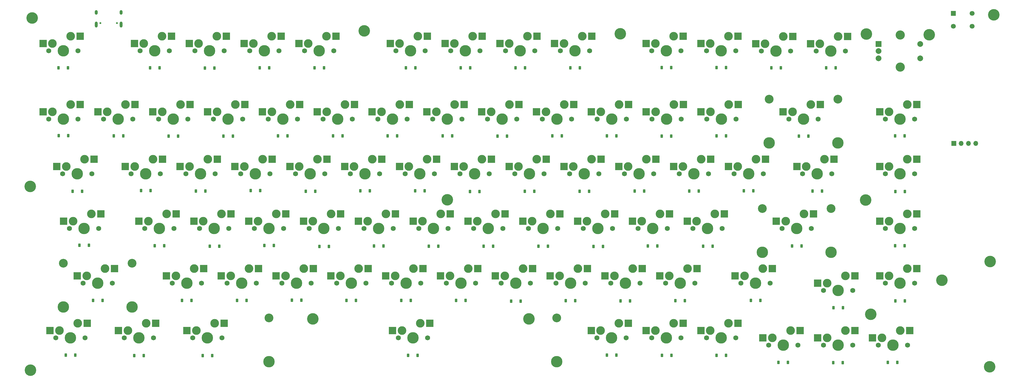
<source format=gbr>
%TF.GenerationSoftware,KiCad,Pcbnew,7.0.7*%
%TF.CreationDate,2023-10-13T15:10:29-04:00*%
%TF.ProjectId,Model A-1.0,4d6f6465-6c20-4412-9d31-2e302e6b6963,1.0*%
%TF.SameCoordinates,Original*%
%TF.FileFunction,Soldermask,Bot*%
%TF.FilePolarity,Negative*%
%FSLAX46Y46*%
G04 Gerber Fmt 4.6, Leading zero omitted, Abs format (unit mm)*
G04 Created by KiCad (PCBNEW 7.0.7) date 2023-10-13 15:10:29*
%MOMM*%
%LPD*%
G01*
G04 APERTURE LIST*
G04 Aperture macros list*
%AMRoundRect*
0 Rectangle with rounded corners*
0 $1 Rounding radius*
0 $2 $3 $4 $5 $6 $7 $8 $9 X,Y pos of 4 corners*
0 Add a 4 corners polygon primitive as box body*
4,1,4,$2,$3,$4,$5,$6,$7,$8,$9,$2,$3,0*
0 Add four circle primitives for the rounded corners*
1,1,$1+$1,$2,$3*
1,1,$1+$1,$4,$5*
1,1,$1+$1,$6,$7*
1,1,$1+$1,$8,$9*
0 Add four rect primitives between the rounded corners*
20,1,$1+$1,$2,$3,$4,$5,0*
20,1,$1+$1,$4,$5,$6,$7,0*
20,1,$1+$1,$6,$7,$8,$9,0*
20,1,$1+$1,$8,$9,$2,$3,0*%
G04 Aperture macros list end*
%ADD10C,1.750000*%
%ADD11C,3.000000*%
%ADD12C,3.987800*%
%ADD13R,2.550000X2.500000*%
%ADD14C,3.048000*%
%ADD15C,4.000000*%
%ADD16C,3.200000*%
%ADD17R,2.000000X2.000000*%
%ADD18C,2.000000*%
%ADD19C,0.650000*%
%ADD20O,1.000000X2.100000*%
%ADD21O,1.000000X1.600000*%
%ADD22R,1.700000X1.700000*%
%ADD23O,1.700000X1.700000*%
%ADD24C,1.700000*%
%ADD25RoundRect,0.225000X0.225000X0.375000X-0.225000X0.375000X-0.225000X-0.375000X0.225000X-0.375000X0*%
G04 APERTURE END LIST*
D10*
%TO.C,SW-1U-66*%
X241720000Y-131610000D03*
D11*
X242990000Y-129070000D03*
D12*
X246800000Y-131610000D03*
D11*
X249340000Y-126530000D03*
D10*
X251880000Y-131610000D03*
D13*
X239715000Y-129070000D03*
X252642000Y-126530000D03*
%TD*%
D14*
%TO.C,SW-2.25U-57*%
X51515000Y-124635000D03*
D12*
X51515000Y-139875000D03*
D10*
X58373000Y-131620000D03*
D11*
X59643000Y-129080000D03*
D12*
X63453000Y-131620000D03*
D11*
X65993000Y-126540000D03*
D10*
X68533000Y-131620000D03*
D14*
X75391000Y-124635000D03*
D12*
X75391000Y-139875000D03*
D13*
X56368000Y-129080000D03*
X69295000Y-126540000D03*
%TD*%
D10*
%TO.C,SW-1.75U-68*%
X286975000Y-131610000D03*
D11*
X288245000Y-129070000D03*
D12*
X292055000Y-131610000D03*
D11*
X294595000Y-126530000D03*
D10*
X297135000Y-131610000D03*
D13*
X284970000Y-129070000D03*
X297897000Y-126530000D03*
%TD*%
D10*
%TO.C,SW-1U-15*%
X84590000Y-74475000D03*
D11*
X85860000Y-71935000D03*
D12*
X89670000Y-74475000D03*
D11*
X92210000Y-69395000D03*
D10*
X94750000Y-74475000D03*
D13*
X82585000Y-71935000D03*
X95512000Y-69395000D03*
%TD*%
D15*
%TO.C,*%
X356820000Y-130585000D03*
%TD*%
D10*
%TO.C,SW-1U-10*%
X275060000Y-50700000D03*
D11*
X276330000Y-48160000D03*
D12*
X280140000Y-50700000D03*
D11*
X282680000Y-45620000D03*
D10*
X285220000Y-50700000D03*
D13*
X273055000Y-48160000D03*
X285982000Y-45620000D03*
%TD*%
D15*
%TO.C,*%
X40670000Y-39250000D03*
%TD*%
%TO.C,*%
X352385000Y-45065000D03*
%TD*%
%TO.C,*%
X40065000Y-161880000D03*
%TD*%
D10*
%TO.C,SW-1U-25*%
X275085000Y-74465000D03*
D11*
X276355000Y-71925000D03*
D12*
X280165000Y-74465000D03*
D11*
X282705000Y-69385000D03*
D10*
X285245000Y-74465000D03*
D13*
X273080000Y-71925000D03*
X286007000Y-69385000D03*
%TD*%
D10*
%TO.C,SW-1U-46*%
X117910000Y-112575000D03*
D11*
X119180000Y-110035000D03*
D12*
X122990000Y-112575000D03*
D11*
X125530000Y-107495000D03*
D10*
X128070000Y-112575000D03*
D13*
X115905000Y-110035000D03*
X128832000Y-107495000D03*
%TD*%
D15*
%TO.C,*%
X330575000Y-44785000D03*
%TD*%
D10*
%TO.C,SW-1U-51*%
X213170000Y-112565000D03*
D11*
X214440000Y-110025000D03*
D12*
X218250000Y-112565000D03*
D11*
X220790000Y-107485000D03*
D10*
X223330000Y-112565000D03*
D13*
X211165000Y-110025000D03*
X224092000Y-107485000D03*
%TD*%
D10*
%TO.C,SW-1U-79*%
X334722000Y-153160000D03*
D11*
X335992000Y-150620000D03*
D12*
X339802000Y-153160000D03*
D11*
X342342000Y-148080000D03*
D10*
X344882000Y-153160000D03*
D13*
X332717000Y-150620000D03*
X345644000Y-148080000D03*
%TD*%
D10*
%TO.C,SW-1U-38*%
X246540000Y-93515000D03*
D11*
X247810000Y-90975000D03*
D12*
X251620000Y-93515000D03*
D11*
X254160000Y-88435000D03*
D10*
X256700000Y-93515000D03*
D13*
X244535000Y-90975000D03*
X257462000Y-88435000D03*
%TD*%
D10*
%TO.C,SW-1.5U-41*%
X308420000Y-93510000D03*
D11*
X309690000Y-90970000D03*
D12*
X313500000Y-93510000D03*
D11*
X316040000Y-88430000D03*
D10*
X318580000Y-93510000D03*
D13*
X306415000Y-90970000D03*
X319342000Y-88430000D03*
%TD*%
D15*
%TO.C,*%
X156090000Y-43720000D03*
%TD*%
D10*
%TO.C,SW-1U-19*%
X160795000Y-74480000D03*
D11*
X162065000Y-71940000D03*
D12*
X165875000Y-74480000D03*
D11*
X168415000Y-69400000D03*
D10*
X170955000Y-74480000D03*
D13*
X158790000Y-71940000D03*
X171717000Y-69400000D03*
%TD*%
D15*
%TO.C,*%
X39970000Y-97915000D03*
%TD*%
%TO.C,*%
X373455000Y-160740000D03*
%TD*%
D10*
%TO.C,SW-1U-36*%
X208430000Y-93515000D03*
D11*
X209700000Y-90975000D03*
D12*
X213510000Y-93515000D03*
D11*
X216050000Y-88435000D03*
D10*
X218590000Y-93515000D03*
D13*
X206425000Y-90975000D03*
X219352000Y-88435000D03*
%TD*%
D10*
%TO.C,SW-1.25U-71*%
X72670000Y-150670000D03*
D11*
X73940000Y-148130000D03*
D12*
X77750000Y-150670000D03*
D11*
X80290000Y-145590000D03*
D10*
X82830000Y-150670000D03*
D13*
X70665000Y-148130000D03*
X83592000Y-145590000D03*
%TD*%
D15*
%TO.C,*%
X373575000Y-124055000D03*
%TD*%
D10*
%TO.C,SW-1U-20*%
X179845000Y-74470000D03*
D11*
X181115000Y-71930000D03*
D12*
X184925000Y-74470000D03*
D11*
X187465000Y-69390000D03*
D10*
X190005000Y-74470000D03*
D13*
X177840000Y-71930000D03*
X190767000Y-69390000D03*
%TD*%
D10*
%TO.C,SW-1U-18*%
X141740000Y-74480000D03*
D11*
X143010000Y-71940000D03*
D12*
X146820000Y-74480000D03*
D11*
X149360000Y-69400000D03*
D10*
X151900000Y-74480000D03*
D13*
X139735000Y-71940000D03*
X152662000Y-69400000D03*
%TD*%
D10*
%TO.C,SW-1U-60*%
X127445000Y-131625000D03*
D11*
X128715000Y-129085000D03*
D12*
X132525000Y-131625000D03*
D11*
X135065000Y-126545000D03*
D10*
X137605000Y-131625000D03*
D13*
X125440000Y-129085000D03*
X138367000Y-126545000D03*
%TD*%
D10*
%TO.C,SW-1U-65*%
X222675000Y-131610000D03*
D11*
X223945000Y-129070000D03*
D12*
X227755000Y-131610000D03*
D11*
X230295000Y-126530000D03*
D10*
X232835000Y-131610000D03*
D13*
X220670000Y-129070000D03*
X233597000Y-126530000D03*
%TD*%
D10*
%TO.C,SW-1U-12*%
X313165000Y-50705000D03*
D11*
X314435000Y-48165000D03*
D12*
X318245000Y-50705000D03*
D11*
X320785000Y-45625000D03*
D10*
X323325000Y-50705000D03*
D13*
X311160000Y-48165000D03*
X324087000Y-45625000D03*
%TD*%
D10*
%TO.C,SW-1U-48*%
X156020000Y-112585000D03*
D11*
X157290000Y-110045000D03*
D12*
X161100000Y-112585000D03*
D11*
X163640000Y-107505000D03*
D10*
X166180000Y-112585000D03*
D13*
X154015000Y-110045000D03*
X166942000Y-107505000D03*
%TD*%
D10*
%TO.C,SW-1U-44*%
X79800000Y-112555000D03*
D11*
X81070000Y-110015000D03*
D12*
X84880000Y-112555000D03*
D11*
X87420000Y-107475000D03*
D10*
X89960000Y-112555000D03*
D13*
X77795000Y-110015000D03*
X90722000Y-107475000D03*
%TD*%
D10*
%TO.C,SW-1U-63*%
X184585000Y-131610000D03*
D11*
X185855000Y-129070000D03*
D12*
X189665000Y-131610000D03*
D11*
X192205000Y-126530000D03*
D10*
X194745000Y-131610000D03*
D13*
X182580000Y-129070000D03*
X195507000Y-126530000D03*
%TD*%
D10*
%TO.C,SW-1U-16*%
X103640000Y-74485000D03*
D11*
X104910000Y-71945000D03*
D12*
X108720000Y-74485000D03*
D11*
X111260000Y-69405000D03*
D10*
X113800000Y-74485000D03*
D13*
X101635000Y-71945000D03*
X114562000Y-69405000D03*
%TD*%
D10*
%TO.C,SW-1U-49*%
X175065000Y-112565000D03*
D11*
X176335000Y-110025000D03*
D12*
X180145000Y-112565000D03*
D11*
X182685000Y-107485000D03*
D10*
X185225000Y-112565000D03*
D13*
X173060000Y-110025000D03*
X185987000Y-107485000D03*
%TD*%
D16*
%TO.C,VOL*%
X342305000Y-45155000D03*
X342305000Y-56355000D03*
D17*
X334805000Y-48255000D03*
D18*
X334805000Y-53255000D03*
X334805000Y-50755000D03*
X349305000Y-53255000D03*
X349305000Y-48255000D03*
%TD*%
D10*
%TO.C,SW-1U-32*%
X132215000Y-93525000D03*
D11*
X133485000Y-90985000D03*
D12*
X137295000Y-93525000D03*
D11*
X139835000Y-88445000D03*
D10*
X142375000Y-93525000D03*
D13*
X130210000Y-90985000D03*
X143137000Y-88445000D03*
%TD*%
D10*
%TO.C,SW-1U-47*%
X136965000Y-112580000D03*
D11*
X138235000Y-110040000D03*
D12*
X142045000Y-112580000D03*
D11*
X144585000Y-107500000D03*
D10*
X147125000Y-112580000D03*
D13*
X134960000Y-110040000D03*
X147887000Y-107500000D03*
%TD*%
D10*
%TO.C,SW-1.75U-43*%
X53605000Y-112560000D03*
D11*
X54875000Y-110020000D03*
D12*
X58685000Y-112560000D03*
D11*
X61225000Y-107480000D03*
D10*
X63765000Y-112560000D03*
D13*
X51600000Y-110020000D03*
X64527000Y-107480000D03*
%TD*%
D10*
%TO.C,SW-1.25U-72*%
X96480000Y-150665000D03*
D11*
X97750000Y-148125000D03*
D12*
X101560000Y-150665000D03*
D11*
X104100000Y-145585000D03*
D10*
X106640000Y-150665000D03*
D13*
X94475000Y-148125000D03*
X107402000Y-145585000D03*
%TD*%
D15*
%TO.C,*%
X213290000Y-144055000D03*
%TD*%
D10*
%TO.C,SW-1U-50*%
X194115000Y-112565000D03*
D11*
X195385000Y-110025000D03*
D12*
X199195000Y-112565000D03*
D11*
X201735000Y-107485000D03*
D10*
X204275000Y-112565000D03*
D13*
X192110000Y-110025000D03*
X205037000Y-107485000D03*
%TD*%
D10*
%TO.C,SW-1U-3*%
X116300000Y-50690000D03*
D11*
X117570000Y-48150000D03*
D12*
X121380000Y-50690000D03*
D11*
X123920000Y-45610000D03*
D10*
X126460000Y-50690000D03*
D13*
X114295000Y-48150000D03*
X127222000Y-45610000D03*
%TD*%
D10*
%TO.C,SW-1U-31*%
X113160000Y-93525000D03*
D11*
X114430000Y-90985000D03*
D12*
X118240000Y-93525000D03*
D11*
X120780000Y-88445000D03*
D10*
X123320000Y-93525000D03*
D13*
X111155000Y-90985000D03*
X124082000Y-88445000D03*
%TD*%
D10*
%TO.C,SW-1U-17*%
X122685000Y-74480000D03*
D11*
X123955000Y-71940000D03*
D12*
X127765000Y-74480000D03*
D11*
X130305000Y-69400000D03*
D10*
X132845000Y-74480000D03*
D13*
X120680000Y-71940000D03*
X133607000Y-69400000D03*
%TD*%
D10*
%TO.C,SW-1.25U-70*%
X48855000Y-150675000D03*
D11*
X50125000Y-148135000D03*
D12*
X53935000Y-150675000D03*
D11*
X56475000Y-145595000D03*
D10*
X59015000Y-150675000D03*
D13*
X46850000Y-148135000D03*
X59777000Y-145595000D03*
%TD*%
D15*
%TO.C,*%
X245100000Y-44735000D03*
%TD*%
D10*
%TO.C,SW-1U-75*%
X256010000Y-150660000D03*
D11*
X257280000Y-148120000D03*
D12*
X261090000Y-150660000D03*
D11*
X263630000Y-145580000D03*
D10*
X266170000Y-150660000D03*
D13*
X254005000Y-148120000D03*
X266932000Y-145580000D03*
%TD*%
D10*
%TO.C,SW-1U-39*%
X265575000Y-93515000D03*
D11*
X266845000Y-90975000D03*
D12*
X270655000Y-93515000D03*
D11*
X273195000Y-88435000D03*
D10*
X275735000Y-93515000D03*
D13*
X263570000Y-90975000D03*
X276497000Y-88435000D03*
%TD*%
D10*
%TO.C,SW-1U-8*%
X224240000Y-50700000D03*
D11*
X225510000Y-48160000D03*
D12*
X229320000Y-50700000D03*
D11*
X231860000Y-45620000D03*
D10*
X234400000Y-50700000D03*
D13*
X222235000Y-48160000D03*
X235162000Y-45620000D03*
%TD*%
D15*
%TO.C,*%
X138250000Y-144055000D03*
%TD*%
D10*
%TO.C,SW-1U-4*%
X135355000Y-50695000D03*
D11*
X136625000Y-48155000D03*
D12*
X140435000Y-50695000D03*
D11*
X142975000Y-45615000D03*
D10*
X145515000Y-50695000D03*
D13*
X133350000Y-48155000D03*
X146277000Y-45615000D03*
%TD*%
D10*
%TO.C,SW-1U-2*%
X97250000Y-50690000D03*
D11*
X98520000Y-48150000D03*
D12*
X102330000Y-50690000D03*
D11*
X104870000Y-45610000D03*
D10*
X107410000Y-50690000D03*
D13*
X95245000Y-48150000D03*
X108172000Y-45610000D03*
%TD*%
D10*
%TO.C,SW-1U-13*%
X46465000Y-74465000D03*
D11*
X47735000Y-71925000D03*
D12*
X51545000Y-74465000D03*
D11*
X54085000Y-69385000D03*
D10*
X56625000Y-74465000D03*
D13*
X44460000Y-71925000D03*
X57387000Y-69385000D03*
%TD*%
D10*
%TO.C,SW-1U-64*%
X203635000Y-131615000D03*
D11*
X204905000Y-129075000D03*
D12*
X208715000Y-131615000D03*
D11*
X211255000Y-126535000D03*
D10*
X213795000Y-131615000D03*
D13*
X201630000Y-129075000D03*
X214557000Y-126535000D03*
%TD*%
D19*
%TO.C,USB1*%
X70175000Y-41000000D03*
X64395000Y-41000000D03*
D20*
X71605000Y-41500000D03*
D21*
X71605000Y-37320000D03*
D20*
X62965000Y-41500000D03*
D21*
X62965000Y-37320000D03*
%TD*%
D10*
%TO.C,SW-1U-80*%
X337215000Y-131610000D03*
D11*
X338485000Y-129070000D03*
D12*
X342295000Y-131610000D03*
D11*
X344835000Y-126530000D03*
D10*
X347375000Y-131610000D03*
D13*
X335210000Y-129070000D03*
X348137000Y-126530000D03*
%TD*%
D10*
%TO.C,SW-1U-74*%
X236960000Y-150660000D03*
D11*
X238230000Y-148120000D03*
D12*
X242040000Y-150660000D03*
D11*
X244580000Y-145580000D03*
D10*
X247120000Y-150660000D03*
D13*
X234955000Y-148120000D03*
X247882000Y-145580000D03*
%TD*%
D10*
%TO.C,SW-1U-23*%
X237010000Y-74465000D03*
D11*
X238280000Y-71925000D03*
D12*
X242090000Y-74465000D03*
D11*
X244630000Y-69385000D03*
D10*
X247170000Y-74465000D03*
D13*
X235005000Y-71925000D03*
X247932000Y-69385000D03*
%TD*%
D10*
%TO.C,SW-1U-33*%
X151265000Y-93530000D03*
D11*
X152535000Y-90990000D03*
D12*
X156345000Y-93530000D03*
D11*
X158885000Y-88450000D03*
D10*
X161425000Y-93530000D03*
D13*
X149260000Y-90990000D03*
X162187000Y-88450000D03*
%TD*%
D10*
%TO.C,SW-1U-42*%
X337210000Y-93515000D03*
D11*
X338480000Y-90975000D03*
D12*
X342290000Y-93515000D03*
D11*
X344830000Y-88435000D03*
D10*
X347370000Y-93515000D03*
D13*
X335205000Y-90975000D03*
X348132000Y-88435000D03*
%TD*%
D10*
%TO.C,SW-1U-30*%
X94105000Y-93525000D03*
D11*
X95375000Y-90985000D03*
D12*
X99185000Y-93525000D03*
D11*
X101725000Y-88445000D03*
D10*
X104265000Y-93525000D03*
D13*
X92100000Y-90985000D03*
X105027000Y-88445000D03*
%TD*%
D10*
%TO.C,SW-1U-62*%
X165535000Y-131615000D03*
D11*
X166805000Y-129075000D03*
D12*
X170615000Y-131615000D03*
D11*
X173155000Y-126535000D03*
D10*
X175695000Y-131615000D03*
D13*
X163530000Y-129075000D03*
X176457000Y-126535000D03*
%TD*%
D15*
%TO.C,*%
X184975000Y-102595000D03*
%TD*%
D10*
%TO.C,SW-1U-53*%
X251265000Y-112555000D03*
D11*
X252535000Y-110015000D03*
D12*
X256345000Y-112555000D03*
D11*
X258885000Y-107475000D03*
D10*
X261425000Y-112555000D03*
D13*
X249260000Y-110015000D03*
X262187000Y-107475000D03*
%TD*%
D10*
%TO.C,SW-1U-0*%
X46460000Y-50700000D03*
D11*
X47730000Y-48160000D03*
D12*
X51540000Y-50700000D03*
D11*
X54080000Y-45620000D03*
D10*
X56620000Y-50700000D03*
D13*
X44455000Y-48160000D03*
X57382000Y-45620000D03*
%TD*%
D15*
%TO.C,*%
X330350000Y-102610000D03*
%TD*%
D10*
%TO.C,SW-1U-24*%
X256045000Y-74465000D03*
D11*
X257315000Y-71925000D03*
D12*
X261125000Y-74465000D03*
D11*
X263665000Y-69385000D03*
D10*
X266205000Y-74465000D03*
D13*
X254040000Y-71925000D03*
X266967000Y-69385000D03*
%TD*%
D10*
%TO.C,SW-1U-21*%
X198910000Y-74470000D03*
D11*
X200180000Y-71930000D03*
D12*
X203990000Y-74470000D03*
D11*
X206530000Y-69390000D03*
D10*
X209070000Y-74470000D03*
D13*
X196905000Y-71930000D03*
X209832000Y-69390000D03*
%TD*%
D14*
%TO.C,SW-2U-26*%
X296799000Y-67470000D03*
D12*
X296799000Y-82710000D03*
D10*
X303657000Y-74455000D03*
D11*
X304927000Y-71915000D03*
D12*
X308737000Y-74455000D03*
D11*
X311277000Y-69375000D03*
D10*
X313817000Y-74455000D03*
D14*
X320675000Y-67470000D03*
D12*
X320675000Y-82710000D03*
D13*
X301652000Y-71915000D03*
X314579000Y-69375000D03*
%TD*%
D10*
%TO.C,SW-1U-14*%
X65510000Y-74465000D03*
D11*
X66780000Y-71925000D03*
D12*
X70590000Y-74465000D03*
D11*
X73130000Y-69385000D03*
D10*
X75670000Y-74465000D03*
D13*
X63505000Y-71925000D03*
X76432000Y-69385000D03*
%TD*%
D10*
%TO.C,SW-1U-56*%
X337215000Y-112565000D03*
D11*
X338485000Y-110025000D03*
D12*
X342295000Y-112565000D03*
D11*
X344835000Y-107485000D03*
D10*
X347375000Y-112565000D03*
D13*
X335210000Y-110025000D03*
X348137000Y-107485000D03*
%TD*%
D10*
%TO.C,SW-1U-1*%
X78200000Y-50695000D03*
D11*
X79470000Y-48155000D03*
D12*
X83280000Y-50695000D03*
D11*
X85820000Y-45615000D03*
D10*
X88360000Y-50695000D03*
D13*
X76195000Y-48155000D03*
X89122000Y-45615000D03*
%TD*%
D22*
%TO.C,OLED*%
X360945000Y-82950000D03*
D23*
X363485000Y-82950000D03*
X366025000Y-82950000D03*
X368565000Y-82950000D03*
%TD*%
D10*
%TO.C,SW-1U-52*%
X232215000Y-112560000D03*
D11*
X233485000Y-110020000D03*
D12*
X237295000Y-112560000D03*
D11*
X239835000Y-107480000D03*
D10*
X242375000Y-112560000D03*
D13*
X230210000Y-110020000D03*
X243137000Y-107480000D03*
%TD*%
D14*
%TO.C,SW-6.25U-73*%
X122985000Y-143680000D03*
D12*
X122985000Y-158920000D03*
D10*
X167904900Y-150665000D03*
D11*
X169174900Y-148125000D03*
D12*
X172984900Y-150665000D03*
D11*
X175524900Y-145585000D03*
D10*
X178064900Y-150665000D03*
D14*
X222984800Y-143680000D03*
D12*
X222984800Y-158920000D03*
D13*
X165899900Y-148125000D03*
X178826900Y-145585000D03*
%TD*%
D10*
%TO.C,SW-1U-76*%
X275060000Y-150660000D03*
D11*
X276330000Y-148120000D03*
D12*
X280140000Y-150660000D03*
D11*
X282680000Y-145580000D03*
D10*
X285220000Y-150660000D03*
D13*
X273055000Y-148120000D03*
X285982000Y-145580000D03*
%TD*%
D10*
%TO.C,SW-1U-27*%
X337210000Y-74465000D03*
D11*
X338480000Y-71925000D03*
D12*
X342290000Y-74465000D03*
D11*
X344830000Y-69385000D03*
D10*
X347370000Y-74465000D03*
D13*
X335205000Y-71925000D03*
X348132000Y-69385000D03*
%TD*%
D10*
%TO.C,SW-1U-54*%
X270310000Y-112565000D03*
D11*
X271580000Y-110025000D03*
D12*
X275390000Y-112565000D03*
D11*
X277930000Y-107485000D03*
D10*
X280470000Y-112565000D03*
D13*
X268305000Y-110025000D03*
X281232000Y-107485000D03*
%TD*%
D10*
%TO.C,SW-1U-22*%
X217960000Y-74465000D03*
D11*
X219230000Y-71925000D03*
D12*
X223040000Y-74465000D03*
D11*
X225580000Y-69385000D03*
D10*
X228120000Y-74465000D03*
D13*
X215955000Y-71925000D03*
X228882000Y-69385000D03*
%TD*%
D10*
%TO.C,SW-1U-61*%
X146480000Y-131625000D03*
D11*
X147750000Y-129085000D03*
D12*
X151560000Y-131625000D03*
D11*
X154100000Y-126545000D03*
D10*
X156640000Y-131625000D03*
D13*
X144475000Y-129085000D03*
X157402000Y-126545000D03*
%TD*%
D10*
%TO.C,SW-1U-45*%
X98860000Y-112575000D03*
D11*
X100130000Y-110035000D03*
D12*
X103940000Y-112575000D03*
D11*
X106480000Y-107495000D03*
D10*
X109020000Y-112575000D03*
D13*
X96855000Y-110035000D03*
X109782000Y-107495000D03*
%TD*%
D10*
%TO.C,SW-1U-37*%
X227490000Y-93515000D03*
D11*
X228760000Y-90975000D03*
D12*
X232570000Y-93515000D03*
D11*
X235110000Y-88435000D03*
D10*
X237650000Y-93515000D03*
D13*
X225485000Y-90975000D03*
X238412000Y-88435000D03*
%TD*%
D10*
%TO.C,SW-1U-11*%
X294110000Y-50705000D03*
D11*
X295380000Y-48165000D03*
D12*
X299190000Y-50705000D03*
D11*
X301730000Y-45625000D03*
D10*
X304270000Y-50705000D03*
D13*
X292105000Y-48165000D03*
X305032000Y-45625000D03*
%TD*%
D22*
%TO.C,SW1*%
X360790000Y-37625000D03*
D24*
X367290000Y-37625000D03*
X360790000Y-42125000D03*
X367290000Y-42125000D03*
%TD*%
D10*
%TO.C,SW-1U-40*%
X284615000Y-93515000D03*
D11*
X285885000Y-90975000D03*
D12*
X289695000Y-93515000D03*
D11*
X292235000Y-88435000D03*
D10*
X294775000Y-93515000D03*
D13*
X282610000Y-90975000D03*
X295537000Y-88435000D03*
%TD*%
D10*
%TO.C,SW-1U-35*%
X189380000Y-93520000D03*
D11*
X190650000Y-90980000D03*
D12*
X194460000Y-93520000D03*
D11*
X197000000Y-88440000D03*
D10*
X199540000Y-93520000D03*
D13*
X187375000Y-90980000D03*
X200302000Y-88440000D03*
%TD*%
D10*
%TO.C,SW-1U-59*%
X108395000Y-131610000D03*
D11*
X109665000Y-129070000D03*
D12*
X113475000Y-131610000D03*
D11*
X116015000Y-126530000D03*
D10*
X118555000Y-131610000D03*
D13*
X106390000Y-129070000D03*
X119317000Y-126530000D03*
%TD*%
D10*
%TO.C,SW-1U-34*%
X170325000Y-93525000D03*
D11*
X171595000Y-90985000D03*
D12*
X175405000Y-93525000D03*
D11*
X177945000Y-88445000D03*
D10*
X180485000Y-93525000D03*
D13*
X168320000Y-90985000D03*
X181247000Y-88445000D03*
%TD*%
D10*
%TO.C,SW-1U-5*%
X167105000Y-50695000D03*
D11*
X168375000Y-48155000D03*
D12*
X172185000Y-50695000D03*
D11*
X174725000Y-45615000D03*
D10*
X177265000Y-50695000D03*
D13*
X165100000Y-48155000D03*
X178027000Y-45615000D03*
%TD*%
D10*
%TO.C,SW-1U-7*%
X205220000Y-50700000D03*
D11*
X206490000Y-48160000D03*
D12*
X210300000Y-50700000D03*
D11*
X212840000Y-45620000D03*
D10*
X215380000Y-50700000D03*
D13*
X203215000Y-48160000D03*
X216142000Y-45620000D03*
%TD*%
D14*
%TO.C,SW-2.25U-55*%
X294410000Y-105575000D03*
D12*
X294410000Y-120815000D03*
D10*
X301268000Y-112560000D03*
D11*
X302538000Y-110020000D03*
D12*
X306348000Y-112560000D03*
D11*
X308888000Y-107480000D03*
D10*
X311428000Y-112560000D03*
D14*
X318286000Y-105575000D03*
D12*
X318286000Y-120815000D03*
D13*
X299263000Y-110020000D03*
X312190000Y-107480000D03*
%TD*%
D10*
%TO.C,SW-1U-77*%
X296620000Y-153160000D03*
D11*
X297890000Y-150620000D03*
D12*
X301700000Y-153160000D03*
D11*
X304240000Y-148080000D03*
D10*
X306780000Y-153160000D03*
D13*
X294615000Y-150620000D03*
X307542000Y-148080000D03*
%TD*%
D10*
%TO.C,SW-1U-67*%
X260775000Y-131615000D03*
D11*
X262045000Y-129075000D03*
D12*
X265855000Y-131615000D03*
D11*
X268395000Y-126535000D03*
D10*
X270935000Y-131615000D03*
D13*
X258770000Y-129075000D03*
X271697000Y-126535000D03*
%TD*%
D10*
%TO.C,SW-69*%
X315662000Y-134105000D03*
D11*
X316932000Y-131565000D03*
D12*
X320742000Y-134105000D03*
D11*
X323282000Y-129025000D03*
D10*
X325822000Y-134105000D03*
D13*
X313657000Y-131565000D03*
X326584000Y-129025000D03*
%TD*%
D10*
%TO.C,SW-1U-58*%
X89330000Y-131610000D03*
D11*
X90600000Y-129070000D03*
D12*
X94410000Y-131610000D03*
D11*
X96950000Y-126530000D03*
D10*
X99490000Y-131610000D03*
D13*
X87325000Y-129070000D03*
X100252000Y-126530000D03*
%TD*%
D10*
%TO.C,SW-1U-78*%
X315667000Y-153160000D03*
D11*
X316937000Y-150620000D03*
D12*
X320747000Y-153160000D03*
D11*
X323287000Y-148080000D03*
D10*
X325827000Y-153160000D03*
D13*
X313662000Y-150620000D03*
X326589000Y-148080000D03*
%TD*%
D10*
%TO.C,SW-1.5U-28*%
X51225000Y-93510000D03*
D11*
X52495000Y-90970000D03*
D12*
X56305000Y-93510000D03*
D11*
X58845000Y-88430000D03*
D10*
X61385000Y-93510000D03*
D13*
X49220000Y-90970000D03*
X62147000Y-88430000D03*
%TD*%
D10*
%TO.C,SW-1U-6*%
X186165000Y-50700000D03*
D11*
X187435000Y-48160000D03*
D12*
X191245000Y-50700000D03*
D11*
X193785000Y-45620000D03*
D10*
X196325000Y-50700000D03*
D13*
X184160000Y-48160000D03*
X197087000Y-45620000D03*
%TD*%
D10*
%TO.C,SW-1U-29*%
X75045000Y-93505000D03*
D11*
X76315000Y-90965000D03*
D12*
X80125000Y-93505000D03*
D11*
X82665000Y-88425000D03*
D10*
X85205000Y-93505000D03*
D13*
X73040000Y-90965000D03*
X85967000Y-88425000D03*
%TD*%
D15*
%TO.C,*%
X332075000Y-142425000D03*
%TD*%
D10*
%TO.C,SW-1U-9*%
X256010000Y-50700000D03*
D11*
X257280000Y-48160000D03*
D12*
X261090000Y-50700000D03*
D11*
X263630000Y-45620000D03*
D10*
X266170000Y-50700000D03*
D13*
X254005000Y-48160000D03*
X266932000Y-45620000D03*
%TD*%
D25*
%TO.C,D50*%
X200900000Y-118705000D03*
X197600000Y-118705000D03*
%TD*%
%TO.C,D69*%
X322455000Y-140110000D03*
X319155000Y-140110000D03*
%TD*%
%TO.C,D43*%
X60365000Y-118395000D03*
X57065000Y-118395000D03*
%TD*%
%TO.C,D47*%
X143820000Y-118780000D03*
X140520000Y-118780000D03*
%TD*%
%TO.C,D61*%
X153227500Y-137650000D03*
X149927500Y-137650000D03*
%TD*%
%TO.C,D2*%
X103975000Y-56640000D03*
X100675000Y-56640000D03*
%TD*%
%TO.C,D59*%
X115157500Y-137635000D03*
X111857500Y-137635000D03*
%TD*%
%TO.C,D35*%
X196125000Y-99675000D03*
X192825000Y-99675000D03*
%TD*%
%TO.C,D53*%
X257935000Y-118655000D03*
X254635000Y-118655000D03*
%TD*%
%TO.C,D66*%
X248477500Y-137785000D03*
X245177500Y-137785000D03*
%TD*%
%TO.C,D57*%
X65157500Y-137585000D03*
X61857500Y-137585000D03*
%TD*%
%TO.C,D42*%
X343910000Y-99675000D03*
X340610000Y-99675000D03*
%TD*%
%TO.C,D70*%
X55640000Y-156680000D03*
X52340000Y-156680000D03*
%TD*%
%TO.C,D22*%
X224702500Y-80285000D03*
X221402500Y-80285000D03*
%TD*%
%TO.C,D28*%
X57992500Y-99560000D03*
X54692500Y-99560000D03*
%TD*%
%TO.C,D25*%
X281772500Y-80310000D03*
X278472500Y-80310000D03*
%TD*%
%TO.C,D30*%
X100867500Y-99540000D03*
X97567500Y-99540000D03*
%TD*%
%TO.C,D18*%
X148507500Y-80300000D03*
X145207500Y-80300000D03*
%TD*%
%TO.C,D54*%
X277110000Y-118730000D03*
X273810000Y-118730000D03*
%TD*%
%TO.C,D71*%
X79417500Y-156860000D03*
X76117500Y-156860000D03*
%TD*%
%TO.C,D80*%
X343980000Y-137745000D03*
X340680000Y-137745000D03*
%TD*%
%TO.C,D9*%
X262767500Y-56535000D03*
X259467500Y-56535000D03*
%TD*%
%TO.C,D52*%
X239005000Y-118805000D03*
X235705000Y-118805000D03*
%TD*%
%TO.C,D62*%
X172282500Y-137615000D03*
X168982500Y-137615000D03*
%TD*%
%TO.C,D5*%
X173867500Y-56605000D03*
X170567500Y-56605000D03*
%TD*%
%TO.C,D4*%
X142087500Y-56615000D03*
X138787500Y-56615000D03*
%TD*%
%TO.C,D7*%
X211935000Y-56585000D03*
X208635000Y-56585000D03*
%TD*%
%TO.C,D36*%
X215180000Y-99625000D03*
X211880000Y-99625000D03*
%TD*%
%TO.C,D16*%
X110417500Y-80335000D03*
X107117500Y-80335000D03*
%TD*%
%TO.C,D33*%
X158035000Y-99460000D03*
X154735000Y-99460000D03*
%TD*%
%TO.C,D78*%
X322380000Y-159250000D03*
X319080000Y-159250000D03*
%TD*%
%TO.C,D75*%
X262802500Y-156710000D03*
X259502500Y-156710000D03*
%TD*%
%TO.C,D64*%
X210415000Y-137855000D03*
X207115000Y-137855000D03*
%TD*%
%TO.C,D73*%
X174625000Y-156740000D03*
X171325000Y-156740000D03*
%TD*%
%TO.C,D24*%
X262737500Y-80410000D03*
X259437500Y-80410000D03*
%TD*%
%TO.C,D14*%
X72297500Y-80300000D03*
X68997500Y-80300000D03*
%TD*%
%TO.C,D65*%
X229385000Y-137720000D03*
X226085000Y-137720000D03*
%TD*%
%TO.C,D67*%
X267492500Y-137735000D03*
X264192500Y-137735000D03*
%TD*%
%TO.C,D19*%
X167532500Y-80275000D03*
X164232500Y-80275000D03*
%TD*%
%TO.C,D3*%
X123047500Y-56590000D03*
X119747500Y-56590000D03*
%TD*%
%TO.C,D51*%
X219905000Y-118705000D03*
X216605000Y-118705000D03*
%TD*%
%TO.C,D20*%
X186600000Y-80310000D03*
X183300000Y-80310000D03*
%TD*%
%TO.C,D79*%
X341345000Y-159165000D03*
X338045000Y-159165000D03*
%TD*%
%TO.C,D34*%
X177070000Y-99460000D03*
X173770000Y-99460000D03*
%TD*%
%TO.C,D68*%
X293735000Y-137635000D03*
X290435000Y-137635000D03*
%TD*%
%TO.C,D37*%
X234230000Y-99595000D03*
X230930000Y-99595000D03*
%TD*%
%TO.C,D55*%
X308040000Y-118630000D03*
X304740000Y-118630000D03*
%TD*%
%TO.C,D38*%
X253315000Y-99490000D03*
X250015000Y-99490000D03*
%TD*%
%TO.C,D63*%
X191280000Y-137635000D03*
X187980000Y-137635000D03*
%TD*%
%TO.C,D58*%
X96080000Y-137585000D03*
X92780000Y-137585000D03*
%TD*%
%TO.C,D40*%
X291310000Y-99385000D03*
X288010000Y-99385000D03*
%TD*%
%TO.C,D41*%
X315162500Y-99545000D03*
X311862500Y-99545000D03*
%TD*%
%TO.C,D11*%
X300825000Y-56550000D03*
X297525000Y-56550000D03*
%TD*%
%TO.C,D44*%
X86592500Y-118520000D03*
X83292500Y-118520000D03*
%TD*%
%TO.C,D13*%
X53192500Y-80215000D03*
X49892500Y-80215000D03*
%TD*%
%TO.C,D77*%
X303312500Y-159165000D03*
X300012500Y-159165000D03*
%TD*%
%TO.C,D6*%
X192865000Y-56565000D03*
X189565000Y-56565000D03*
%TD*%
%TO.C,D15*%
X91347500Y-80385000D03*
X88047500Y-80385000D03*
%TD*%
%TO.C,D72*%
X103245000Y-156810000D03*
X99945000Y-156810000D03*
%TD*%
D15*
%TO.C,*%
X374860000Y-38105000D03*
%TD*%
D25*
%TO.C,D32*%
X139015000Y-99575000D03*
X135715000Y-99575000D03*
%TD*%
%TO.C,D26*%
X310402500Y-80390000D03*
X307102500Y-80390000D03*
%TD*%
%TO.C,D31*%
X119902500Y-99305000D03*
X116602500Y-99305000D03*
%TD*%
%TO.C,D56*%
X343885000Y-118580000D03*
X340585000Y-118580000D03*
%TD*%
%TO.C,D17*%
X129402500Y-80325000D03*
X126102500Y-80325000D03*
%TD*%
%TO.C,D29*%
X81840000Y-99355000D03*
X78540000Y-99355000D03*
%TD*%
%TO.C,D60*%
X134220000Y-137535000D03*
X130920000Y-137535000D03*
%TD*%
%TO.C,D45*%
X105697500Y-118720000D03*
X102397500Y-118720000D03*
%TD*%
%TO.C,D46*%
X124660000Y-118460000D03*
X121360000Y-118460000D03*
%TD*%
%TO.C,D1*%
X84920000Y-56615000D03*
X81620000Y-56615000D03*
%TD*%
%TO.C,D49*%
X181772500Y-118730000D03*
X178472500Y-118730000D03*
%TD*%
%TO.C,D8*%
X230977500Y-56595000D03*
X227677500Y-56595000D03*
%TD*%
%TO.C,D27*%
X343897500Y-80310000D03*
X340597500Y-80310000D03*
%TD*%
%TO.C,D48*%
X162770000Y-118655000D03*
X159470000Y-118655000D03*
%TD*%
%TO.C,D76*%
X281780000Y-156775000D03*
X278480000Y-156775000D03*
%TD*%
%TO.C,D12*%
X319875000Y-56560000D03*
X316575000Y-56560000D03*
%TD*%
%TO.C,D74*%
X243725000Y-156690000D03*
X240425000Y-156690000D03*
%TD*%
%TO.C,D21*%
X205712500Y-80380000D03*
X202412500Y-80380000D03*
%TD*%
%TO.C,D23*%
X243697500Y-80330000D03*
X240397500Y-80330000D03*
%TD*%
%TO.C,D0*%
X53157500Y-56565000D03*
X49857500Y-56565000D03*
%TD*%
%TO.C,D10*%
X281780000Y-56510000D03*
X278480000Y-56510000D03*
%TD*%
%TO.C,D39*%
X272285000Y-99540000D03*
X268985000Y-99540000D03*
%TD*%
M02*

</source>
